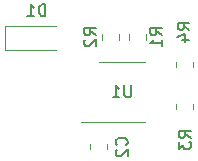
<source format=gbr>
%TF.GenerationSoftware,KiCad,Pcbnew,6.0.4-6f826c9f35~116~ubuntu20.04.1*%
%TF.CreationDate,2023-07-05T12:09:41+00:00*%
%TF.ProjectId,TTLLVDS01,54544c4c-5644-4533-9031-2e6b69636164,rev?*%
%TF.SameCoordinates,Original*%
%TF.FileFunction,Legend,Bot*%
%TF.FilePolarity,Positive*%
%FSLAX46Y46*%
G04 Gerber Fmt 4.6, Leading zero omitted, Abs format (unit mm)*
G04 Created by KiCad (PCBNEW 6.0.4-6f826c9f35~116~ubuntu20.04.1) date 2023-07-05 12:09:41*
%MOMM*%
%LPD*%
G01*
G04 APERTURE LIST*
%ADD10C,0.150000*%
%ADD11C,0.120000*%
G04 APERTURE END LIST*
D10*
%TO.C,U1*%
X19557904Y7659620D02*
X19557904Y6850096D01*
X19510285Y6754858D01*
X19462666Y6707239D01*
X19367428Y6659620D01*
X19176952Y6659620D01*
X19081714Y6707239D01*
X19034095Y6754858D01*
X18986476Y6850096D01*
X18986476Y7659620D01*
X17986476Y6659620D02*
X18557904Y6659620D01*
X18272190Y6659620D02*
X18272190Y7659620D01*
X18367428Y7516762D01*
X18462666Y7421524D01*
X18557904Y7373905D01*
%TO.C,C2*%
X19153142Y2605067D02*
X19200761Y2652686D01*
X19248380Y2795543D01*
X19248380Y2890781D01*
X19200761Y3033639D01*
X19105523Y3128877D01*
X19010285Y3176496D01*
X18819809Y3224115D01*
X18676952Y3224115D01*
X18486476Y3176496D01*
X18391238Y3128877D01*
X18296000Y3033639D01*
X18248380Y2890781D01*
X18248380Y2795543D01*
X18296000Y2652686D01*
X18343619Y2605067D01*
X18343619Y2224115D02*
X18296000Y2176496D01*
X18248380Y2081258D01*
X18248380Y1843162D01*
X18296000Y1747924D01*
X18343619Y1700305D01*
X18438857Y1652686D01*
X18534095Y1652686D01*
X18676952Y1700305D01*
X19248380Y2271734D01*
X19248380Y1652686D01*
%TO.C,D1*%
X12295095Y13517620D02*
X12295095Y14517620D01*
X12057000Y14517620D01*
X11914142Y14470000D01*
X11818904Y14374762D01*
X11771285Y14279524D01*
X11723666Y14089048D01*
X11723666Y13946191D01*
X11771285Y13755715D01*
X11818904Y13660477D01*
X11914142Y13565239D01*
X12057000Y13517620D01*
X12295095Y13517620D01*
X10771285Y13517620D02*
X11342714Y13517620D01*
X11057000Y13517620D02*
X11057000Y14517620D01*
X11152238Y14374762D01*
X11247476Y14279524D01*
X11342714Y14231905D01*
%TO.C,R1*%
X22168380Y11914167D02*
X21692190Y12247500D01*
X22168380Y12485596D02*
X21168380Y12485596D01*
X21168380Y12104643D01*
X21216000Y12009405D01*
X21263619Y11961786D01*
X21358857Y11914167D01*
X21501714Y11914167D01*
X21596952Y11961786D01*
X21644571Y12009405D01*
X21692190Y12104643D01*
X21692190Y12485596D01*
X22168380Y10961786D02*
X22168380Y11533215D01*
X22168380Y11247500D02*
X21168380Y11247500D01*
X21311238Y11342739D01*
X21406476Y11437977D01*
X21454095Y11533215D01*
%TO.C,R2*%
X16555980Y11914167D02*
X16079790Y12247500D01*
X16555980Y12485596D02*
X15555980Y12485596D01*
X15555980Y12104643D01*
X15603600Y12009405D01*
X15651219Y11961786D01*
X15746457Y11914167D01*
X15889314Y11914167D01*
X15984552Y11961786D01*
X16032171Y12009405D01*
X16079790Y12104643D01*
X16079790Y12485596D01*
X15651219Y11533215D02*
X15603600Y11485596D01*
X15555980Y11390358D01*
X15555980Y11152262D01*
X15603600Y11057024D01*
X15651219Y11009405D01*
X15746457Y10961786D01*
X15841695Y10961786D01*
X15984552Y11009405D01*
X16555980Y11580834D01*
X16555980Y10961786D01*
%TO.C,R3*%
X24582380Y3214667D02*
X24106190Y3548000D01*
X24582380Y3786096D02*
X23582380Y3786096D01*
X23582380Y3405143D01*
X23630000Y3309905D01*
X23677619Y3262286D01*
X23772857Y3214667D01*
X23915714Y3214667D01*
X24010952Y3262286D01*
X24058571Y3309905D01*
X24106190Y3405143D01*
X24106190Y3786096D01*
X23582380Y2881334D02*
X23582380Y2262286D01*
X23963333Y2595620D01*
X23963333Y2452762D01*
X24010952Y2357524D01*
X24058571Y2309905D01*
X24153809Y2262286D01*
X24391904Y2262286D01*
X24487142Y2309905D01*
X24534761Y2357524D01*
X24582380Y2452762D01*
X24582380Y2738477D01*
X24534761Y2833715D01*
X24487142Y2881334D01*
%TO.C,R4*%
X24480780Y12358667D02*
X24004590Y12692000D01*
X24480780Y12930096D02*
X23480780Y12930096D01*
X23480780Y12549143D01*
X23528400Y12453905D01*
X23576019Y12406286D01*
X23671257Y12358667D01*
X23814114Y12358667D01*
X23909352Y12406286D01*
X23956971Y12453905D01*
X24004590Y12549143D01*
X24004590Y12930096D01*
X23814114Y11501524D02*
X24480780Y11501524D01*
X23433161Y11739620D02*
X24147447Y11977715D01*
X24147447Y11358667D01*
D11*
%TO.C,U1*%
X18796000Y9672000D02*
X20746000Y9672000D01*
X18796000Y4552000D02*
X20746000Y4552000D01*
X18796000Y4552000D02*
X15346000Y4552000D01*
X18796000Y9672000D02*
X16846000Y9672000D01*
%TO.C,C2*%
X16029000Y2703564D02*
X16029000Y2249436D01*
X17499000Y2703564D02*
X17499000Y2249436D01*
%TO.C,D1*%
X8908000Y12684000D02*
X13208000Y12684000D01*
X8908000Y10684000D02*
X8908000Y12684000D01*
X13208000Y10684000D02*
X8908000Y10684000D01*
%TO.C,R1*%
X20801000Y11520436D02*
X20801000Y11974564D01*
X19331000Y11520436D02*
X19331000Y11974564D01*
%TO.C,R2*%
X18515000Y11520436D02*
X18515000Y11974564D01*
X17045000Y11520436D02*
X17045000Y11974564D01*
%TO.C,R3*%
X23331500Y5614936D02*
X23331500Y6069064D01*
X24801500Y5614936D02*
X24801500Y6069064D01*
%TO.C,R4*%
X23331500Y9170936D02*
X23331500Y9625064D01*
X24801500Y9170936D02*
X24801500Y9625064D01*
%TD*%
M02*

</source>
